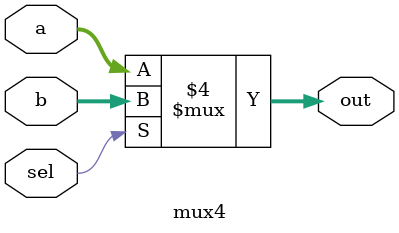
<source format=v>
module mux4(
    input [3:0] a,b,
    input sel,
    output reg [3:0] out
);

always @(*) begin
    if(!sel)
    out=a;
    else
    out=b;
end
endmodule
</source>
